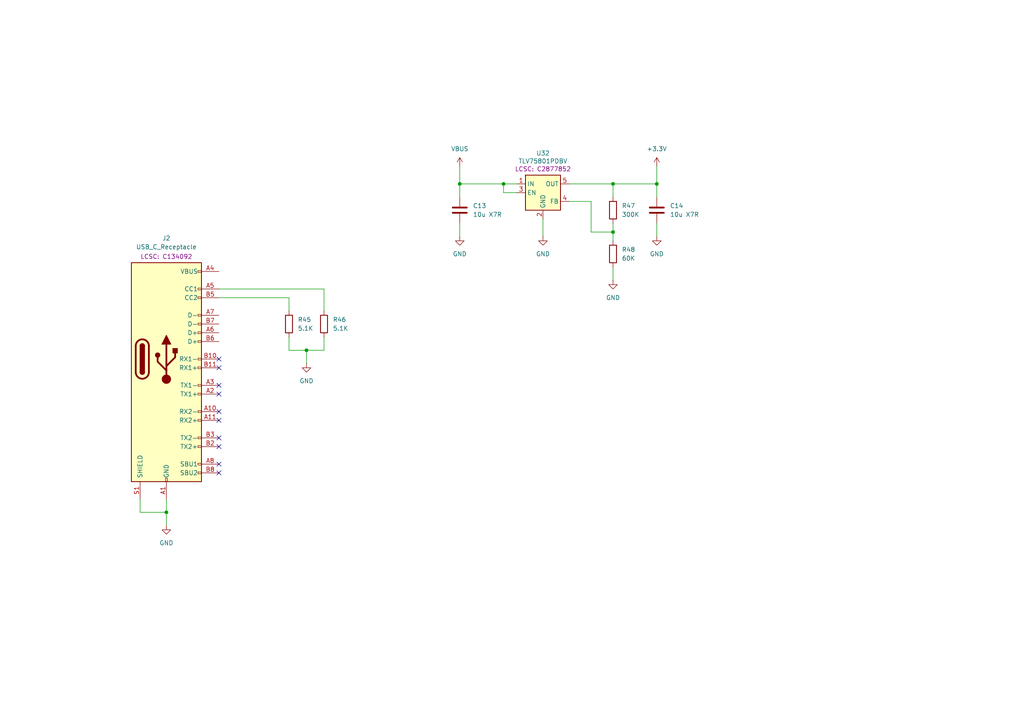
<source format=kicad_sch>
(kicad_sch (version 20250114) (generator "eeschema") (generator_version "9.0")
  (paper "A4")
  (title_block (date "2025-10-19") (rev "v0.0") (company "Rajath Katker") (comment 4 "Final verification pending"))
  (lib_symbols
    (symbol "Connector:USB_C_Receptacle" (pin_names (offset 1.016))
      (property "Reference" "J" (at -10.16 29.21 0))
      (property "Value" "USB_C_Receptacle" (at 10.16 29.21 0))
      (symbol "USB_C_Receptacle_0_0"
        (rectangle (start -0.254 -35.56) (end 0.254 -34.544))
        (rectangle (start 10.16 25.654) (end 9.144 25.146))
        (rectangle (start 10.16 20.574) (end 9.144 20.066))
        (rectangle (start 10.16 18.034) (end 9.144 17.526))
        (rectangle (start 10.16 12.954) (end 9.144 12.446))
        (rectangle (start 10.16 10.414) (end 9.144 9.906))
        (rectangle (start 10.16 7.874) (end 9.144 7.366))
        (rectangle (start 10.16 5.334) (end 9.144 4.826))
        (rectangle (start 10.16 0.254) (end 9.144 -0.254))
        (rectangle (start 10.16 -2.286) (end 9.144 -2.794))
        (rectangle (start 10.16 -7.366) (end 9.144 -7.874))
        (rectangle (start 10.16 -9.906) (end 9.144 -10.414))
        (rectangle (start 10.16 -14.986) (end 9.144 -15.494))
        (rectangle (start 10.16 -17.526) (end 9.144 -18.034))
        (rectangle (start 10.16 -22.606) (end 9.144 -23.114))
        (rectangle (start 10.16 -25.146) (end 9.144 -25.654))
        (rectangle (start 10.16 -30.226) (end 9.144 -30.734))
        (rectangle (start 10.16 -32.766) (end 9.144 -33.274))
      )
      (symbol "USB_C_Receptacle_0_1"
        (rectangle (start -10.16 27.94) (end 10.16 -35.56) (stroke (width 0.254)) (fill (type background)))
        (polyline (pts (xy -8.89 -3.81) (xy -8.89 3.81)) (stroke (width 0.508)))
        (rectangle (start -7.62 -3.81) (end -6.35 3.81) (stroke (width 0.254)) (fill (type outline)))
        (arc (start -7.62 3.81) (mid -6.985 4.4423) (end -6.35 3.81) (stroke (width 0.254)))
        (arc (start -7.62 3.81) (mid -6.985 4.4423) (end -6.35 3.81) (stroke (width 0.254)) (fill (type outline)))
        (arc (start -8.89 3.81) (mid -6.985 5.7067) (end -5.08 3.81) (stroke (width 0.508)))
        (arc (start -5.08 -3.81) (mid -6.985 -5.7067) (end -8.89 -3.81) (stroke (width 0.508)))
        (arc (start -6.35 -3.81) (mid -6.985 -4.4423) (end -7.62 -3.81) (stroke (width 0.254)))
        (arc (start -6.35 -3.81) (mid -6.985 -4.4423) (end -7.62 -3.81) (stroke (width 0.254)) (fill (type outline)))
        (polyline (pts (xy -5.08 3.81) (xy -5.08 -3.81)) (stroke (width 0.508)))
      )
      (symbol "USB_C_Receptacle_1_1"
        (circle (center -2.54 1.143) (radius 0.635) (stroke (width 0.254)) (fill (type outline)))
        (polyline (pts (xy -1.27 4.318) (xy 0 6.858) (xy 1.27 4.318) (xy -1.27 4.318)) (stroke (width 0.254)) (fill (type outline)))
        (polyline (pts (xy 0 -2.032) (xy 2.54 0.508) (xy 2.54 1.778)) (stroke (width 0.508)))
        (polyline (pts (xy 0 -3.302) (xy -2.54 -0.762) (xy -2.54 0.508)) (stroke (width 0.508)))
        (polyline (pts (xy 0 -5.842) (xy 0 4.318)) (stroke (width 0.508)))
        (circle (center 0 -5.842) (radius 1.27) (fill (type outline)))
        (rectangle (start 1.905 1.778) (end 3.175 3.048) (stroke (width 0.254)) (fill (type outline)))
        (pin passive line (at -7.62 -40.64 90) (length 5.08) (name "SHIELD") (number "S1"))
        (pin passive line (at 0 -40.64 90) (length 5.08) (name "GND") (number "A1"))
        (pin passive line (at 0 -40.64 90) (length 5.08) (hide yes) (name "GND") (number "A12"))
        (pin passive line (at 0 -40.64 90) (length 5.08) (hide yes) (name "GND") (number "B1"))
        (pin passive line (at 0 -40.64 90) (length 5.08) (hide yes) (name "GND") (number "B12"))
        (pin passive line (at 15.24 25.4 180) (length 5.08) (name "VBUS") (number "A4"))
        (pin passive line (at 15.24 25.4 180) (length 5.08) (hide yes) (name "VBUS") (number "A9"))
        (pin passive line (at 15.24 25.4 180) (length 5.08) (hide yes) (name "VBUS") (number "B4"))
        (pin passive line (at 15.24 25.4 180) (length 5.08) (hide yes) (name "VBUS") (number "B9"))
        (pin bidirectional line (at 15.24 20.32 180) (length 5.08) (name "CC1") (number "A5"))
        (pin bidirectional line (at 15.24 17.78 180) (length 5.08) (name "CC2") (number "B5"))
        (pin bidirectional line (at 15.24 12.7 180) (length 5.08) (name "D-") (number "A7"))
        (pin bidirectional line (at 15.24 10.16 180) (length 5.08) (name "D-") (number "B7"))
        (pin bidirectional line (at 15.24 7.62 180) (length 5.08) (name "D+") (number "A6"))
        (pin bidirectional line (at 15.24 5.08 180) (length 5.08) (name "D+") (number "B6"))
        (pin bidirectional line (at 15.24 0 180) (length 5.08) (name "RX1-") (number "B10"))
        (pin bidirectional line (at 15.24 -2.54 180) (length 5.08) (name "RX1+") (number "B11"))
        (pin bidirectional line (at 15.24 -7.62 180) (length 5.08) (name "TX1-") (number "A3"))
        (pin bidirectional line (at 15.24 -10.16 180) (length 5.08) (name "TX1+") (number "A2"))
        (pin bidirectional line (at 15.24 -15.24 180) (length 5.08) (name "RX2-") (number "A10"))
        (pin bidirectional line (at 15.24 -17.78 180) (length 5.08) (name "RX2+") (number "A11"))
        (pin bidirectional line (at 15.24 -22.86 180) (length 5.08) (name "TX2-") (number "B3"))
        (pin bidirectional line (at 15.24 -25.4 180) (length 5.08) (name "TX2+") (number "B2"))
        (pin bidirectional line (at 15.24 -30.48 180) (length 5.08) (name "SBU1") (number "A8"))
        (pin bidirectional line (at 15.24 -33.02 180) (length 5.08) (name "SBU2") (number "B8"))
      )
    )
    (symbol "Device:C" (pin_numbers (hide yes)) (pin_names (offset 0.254))
      (property "Reference" "C" (at 0.635 2.54 0))
      (property "Value" "C" (at 0.635 -2.54 0))
      (symbol "C_0_1"
        (polyline (pts (xy -2.032 0.762) (xy 2.032 0.762)) (stroke (width 0.508)))
        (polyline (pts (xy -2.032 -0.762) (xy 2.032 -0.762)) (stroke (width 0.508)))
      )
      (symbol "C_1_1"
        (pin passive line (at 0 3.81 270) (length 2.794) (name "~") (number "1"))
        (pin passive line (at 0 -3.81 90) (length 2.794) (name "~") (number "2"))
      )
    )
    (symbol "Device:R" (pin_numbers (hide yes)) (pin_names (offset 0))
      (property "Reference" "R" (at 2.032 0 90))
      (property "Value" "R" (at 0 0 90))
      (symbol "R_0_1"
        (rectangle (start -1.016 -2.54) (end 1.016 2.54) (stroke (width 0.254)))
      )
      (symbol "R_1_1"
        (pin passive line (at 0 3.81 270) (length 1.27) (name "~") (number "1"))
        (pin passive line (at 0 -3.81 90) (length 1.27) (name "~") (number "2"))
      )
    )
    (symbol "Regulator_Linear:TLV75801PDBV"
      (property "Reference" "U" (at -3.81 6.35 0))
      (property "Value" "TLV75801PDBV" (at 0 6.35 0))
      (symbol "TLV75801PDBV_0_1"
        (rectangle (start 5.08 -5.08) (end -5.08 5.08) (stroke (width 0.254)) (fill (type background)))
      )
      (symbol "TLV75801PDBV_1_1"
        (pin power_in line (at -7.62 2.54 0) (length 2.54) (name "IN") (number "1"))
        (pin input line (at -7.62 0 0) (length 2.54) (name "EN") (number "3"))
        (pin power_in line (at 0 -7.62 90) (length 2.54) (name "GND") (number "2"))
        (pin power_out line (at 7.62 2.54 180) (length 2.54) (name "OUT") (number "5"))
        (pin input line (at 7.62 -2.54 180) (length 2.54) (name "FB") (number "4"))
      )
    )
    (symbol "power:+3.3V" (power) (pin_numbers (hide yes)) (pin_names (offset 0) (hide yes))
      (property "Value" "+3.3V" (at 0 3.556 0))
      (symbol "+3.3V_0_1"
        (polyline (pts (xy -0.762 1.27) (xy 0 2.54)))
        (polyline (pts (xy 0 2.54) (xy 0.762 1.27)))
        (polyline (pts (xy 0 0) (xy 0 2.54)))
      )
      (symbol "+3.3V_1_1"
        (pin power_in line (at 0 0 90) (length 0) (name "~") (number "1"))
      )
    )
    (symbol "power:GND" (power) (pin_numbers (hide yes)) (pin_names (offset 0) (hide yes))
      (property "Value" "GND" (at 0 -3.81 0))
      (symbol "GND_0_1"
        (polyline (pts (xy 0 0) (xy 0 -1.27) (xy 1.27 -1.27) (xy 0 -2.54) (xy -1.27 -1.27) (xy 0 -1.27)))
      )
      (symbol "GND_1_1"
        (pin power_in line (at 0 0 270) (length 0) (name "~") (number "1"))
      )
    )
    (symbol "power:VBUS" (power) (pin_numbers (hide yes)) (pin_names (offset 0) (hide yes))
      (property "Value" "VBUS" (at 0 3.556 0))
      (symbol "VBUS_0_1"
        (polyline (pts (xy -0.762 1.27) (xy 0 2.54)))
        (polyline (pts (xy 0 2.54) (xy 0.762 1.27)))
        (polyline (pts (xy 0 0) (xy 0 2.54)))
      )
      (symbol "VBUS_1_1"
        (pin power_in line (at 0 0 90) (length 0) (name "~") (number "1"))
      )
    )
  )
  (junction (at 146.05 53.34))
  (junction (at 177.8 67.31))
  (junction (at 48.26 148.59))
  (junction (at 190.5 53.34))
  (junction (at 177.8 53.34))
  (junction (at 88.9 101.6))
  (junction (at 133.35 53.34))
  (no_connect (at 63.5 127))
  (no_connect (at 63.5 121.92))
  (no_connect (at 63.5 134.62))
  (no_connect (at 63.5 114.3))
  (no_connect (at 63.5 137.16))
  (no_connect (at 63.5 106.68))
  (no_connect (at 63.5 129.54))
  (no_connect (at 63.5 111.76))
  (no_connect (at 63.5 104.14))
  (no_connect (at 63.5 119.38))
  (wire (pts (xy 133.35 53.34) (xy 133.35 57.15)))
  (wire (pts (xy 157.48 63.5) (xy 157.48 68.58)))
  (wire (pts (xy 133.35 64.77) (xy 133.35 68.58)))
  (wire (pts (xy 177.8 67.31) (xy 177.8 69.85)))
  (wire (pts (xy 40.64 144.78) (xy 40.64 148.59)))
  (wire (pts (xy 177.8 77.47) (xy 177.8 81.28)))
  (wire (pts (xy 177.8 53.34) (xy 190.5 53.34)))
  (wire (pts (xy 83.82 86.36) (xy 83.82 90.17)))
  (wire (pts (xy 93.98 101.6) (xy 93.98 97.79)))
  (wire (pts (xy 88.9 101.6) (xy 93.98 101.6)))
  (wire (pts (xy 63.5 86.36) (xy 83.82 86.36)))
  (wire (pts (xy 83.82 101.6) (xy 88.9 101.6)))
  (wire (pts (xy 93.98 83.82) (xy 63.5 83.82)))
  (wire (pts (xy 190.5 53.34) (xy 190.5 57.15)))
  (wire (pts (xy 88.9 101.6) (xy 88.9 105.41)))
  (wire (pts (xy 146.05 53.34) (xy 133.35 53.34)))
  (wire (pts (xy 133.35 48.26) (xy 133.35 53.34)))
  (wire (pts (xy 190.5 64.77) (xy 190.5 68.58)))
  (wire (pts (xy 146.05 55.88) (xy 146.05 53.34)))
  (wire (pts (xy 48.26 148.59) (xy 48.26 152.4)))
  (wire (pts (xy 149.86 55.88) (xy 146.05 55.88)))
  (wire (pts (xy 177.8 53.34) (xy 177.8 57.15)))
  (wire (pts (xy 48.26 144.78) (xy 48.26 148.59)))
  (wire (pts (xy 177.8 64.77) (xy 177.8 67.31)))
  (wire (pts (xy 93.98 90.17) (xy 93.98 83.82)))
  (wire (pts (xy 40.64 148.59) (xy 48.26 148.59)))
  (wire (pts (xy 190.5 48.26) (xy 190.5 53.34)))
  (wire (pts (xy 165.1 53.34) (xy 177.8 53.34)))
  (wire (pts (xy 146.05 53.34) (xy 149.86 53.34)))
  (wire (pts (xy 171.45 58.42) (xy 171.45 67.31)))
  (wire (pts (xy 171.45 58.42) (xy 165.1 58.42)))
  (wire (pts (xy 83.82 97.79) (xy 83.82 101.6)))
  (wire (pts (xy 171.45 67.31) (xy 177.8 67.31)))
  (symbol (lib_id "power:VBUS") (at 133.35 48.26 0) (unit 1)
    (property "Reference" "#PWR040" (effects (hide yes)))
    (property "Value" "VBUS" (at 133.35 43.18 0))
    (property "Description" "Power symbol creates a global label with name \"VBUS\"" (effects (hide yes)))
  )
  (symbol (lib_id "Device:R") (at 83.82 93.98 0) (unit 1)
    (property "Reference" "R45" (at 86.36 92.7099 0) (effects (justify left)))
    (property "Value" "5.1K" (at 86.36 95.2499 0) (effects (justify left)))
    (property "Description" "Resistor" (effects (hide yes)))
  )
  (symbol (lib_id "power:GND") (at 88.9 105.41 0) (unit 1)
    (property "Reference" "#PWR039" (effects (hide yes)))
    (property "Value" "GND" (at 88.9 110.49 0))
    (property "Description" "Power symbol creates a global label with name \"GND\" , ground" (effects (hide yes)))
  )
  (symbol (lib_id "Device:C") (at 133.35 60.96 0) (unit 1)
    (property "Reference" "C13" (at 137.16 59.6899 0) (effects (justify left)))
    (property "Value" "10u X7R" (at 137.16 62.2299 0) (effects (justify left)))
    (property "Description" "Unpolarized capacitor" (effects (hide yes)))
  )
  (symbol (lib_id "Device:C") (at 190.5 60.96 0) (unit 1)
    (property "Reference" "C14" (at 194.31 59.6899 0) (effects (justify left)))
    (property "Value" "10u X7R" (at 194.31 62.2299 0) (effects (justify left)))
    (property "Description" "Unpolarized capacitor" (effects (hide yes)))
  )
  (symbol (lib_id "Device:R") (at 177.8 60.96 180) (unit 1)
    (property "Reference" "R47" (at 180.34 59.6899 0) (effects (justify right)))
    (property "Value" "300K" (at 180.34 62.2299 0) (effects (justify right)))
    (property "Description" "Resistor" (effects (hide yes)))
  )
  (symbol (lib_id "power:+3.3V") (at 190.5 48.26 0) (unit 1)
    (property "Reference" "#PWR044" (effects (hide yes)))
    (property "Value" "+3.3V" (at 190.5 43.18 0))
    (property "Description" "Power symbol creates a global label with name \"+3.3V\"" (effects (hide yes)))
  )
  (symbol (lib_id "Connector:USB_C_Receptacle") (at 48.26 104.14 0) (unit 1)
    (property "Reference" "J2" (at 48.26 69.088 0))
    (property "Value" "USB_C_Receptacle" (at 48.26 71.628 0))
    (property "Datasheet" "https://www.usb.org/sites/default/files/documents/usb_type-c.zip" (effects (hide yes)))
    (property "Description" "USB Full-Featured Type-C Receptacle connector" (effects (hide yes)))
    (property "LCSC" "C134092" (at 48.26 74.422 0) (show_name yes))
  )
  (symbol (lib_id "power:GND") (at 177.8 81.28 0) (unit 1)
    (property "Reference" "#PWR043" (effects (hide yes)))
    (property "Value" "GND" (at 177.8 86.36 0))
    (property "Description" "Power symbol creates a global label with name \"GND\" , ground" (effects (hide yes)))
  )
  (symbol (lib_id "power:GND") (at 48.26 152.4 0) (unit 1)
    (property "Reference" "#PWR038" (effects (hide yes)))
    (property "Value" "GND" (at 48.26 157.48 0))
    (property "Description" "Power symbol creates a global label with name \"GND\" , ground" (effects (hide yes)))
  )
  (symbol (lib_id "power:GND") (at 190.5 68.58 0) (unit 1)
    (property "Reference" "#PWR045" (effects (hide yes)))
    (property "Value" "GND" (at 190.5 73.66 0))
    (property "Description" "Power symbol creates a global label with name \"GND\" , ground" (effects (hide yes)))
  )
  (symbol (lib_id "Device:R") (at 177.8 73.66 0) (unit 1)
    (property "Reference" "R48" (at 180.34 72.3899 0) (effects (justify left)))
    (property "Value" "60K" (at 180.34 74.9299 0) (effects (justify left)))
    (property "Description" "Resistor" (effects (hide yes)))
  )
  (symbol (lib_id "Regulator_Linear:TLV75801PDBV") (at 157.48 55.88 0) (unit 1)
    (property "Reference" "U32" (at 157.48 44.45 0))
    (property "Value" "TLV75801PDBV" (at 157.48 46.736 0))
    (property "Footprint" "Package_TO_SOT_SMD:SOT-23-5" (effects (hide yes)))
    (property "Datasheet" "https://www.ti.com/lit/ds/symlink/tlv758p.pdf" (effects (hide yes)))
    (property "Description" "500mA Low-Dropout Linear Regulator, Adjustable Output, SOT-23-5" (effects (hide yes)))
    (property "LCSC" "C2877852" (at 157.48 49.022 0) (show_name yes))
  )
  (symbol (lib_id "power:GND") (at 157.48 68.58 0) (unit 1)
    (property "Reference" "#PWR042" (effects (hide yes)))
    (property "Value" "GND" (at 157.48 73.66 0))
    (property "Description" "Power symbol creates a global label with name \"GND\" , ground" (effects (hide yes)))
  )
  (symbol (lib_id "power:GND") (at 133.35 68.58 0) (unit 1)
    (property "Reference" "#PWR041" (effects (hide yes)))
    (property "Value" "GND" (at 133.35 73.66 0))
    (property "Description" "Power symbol creates a global label with name \"GND\" , ground" (effects (hide yes)))
  )
  (symbol (lib_id "Device:R") (at 93.98 93.98 0) (unit 1)
    (property "Reference" "R46" (at 96.52 92.7099 0) (effects (justify left)))
    (property "Value" "5.1K" (at 96.52 95.2499 0) (effects (justify left)))
    (property "Description" "Resistor" (effects (hide yes)))
  )
)
</source>
